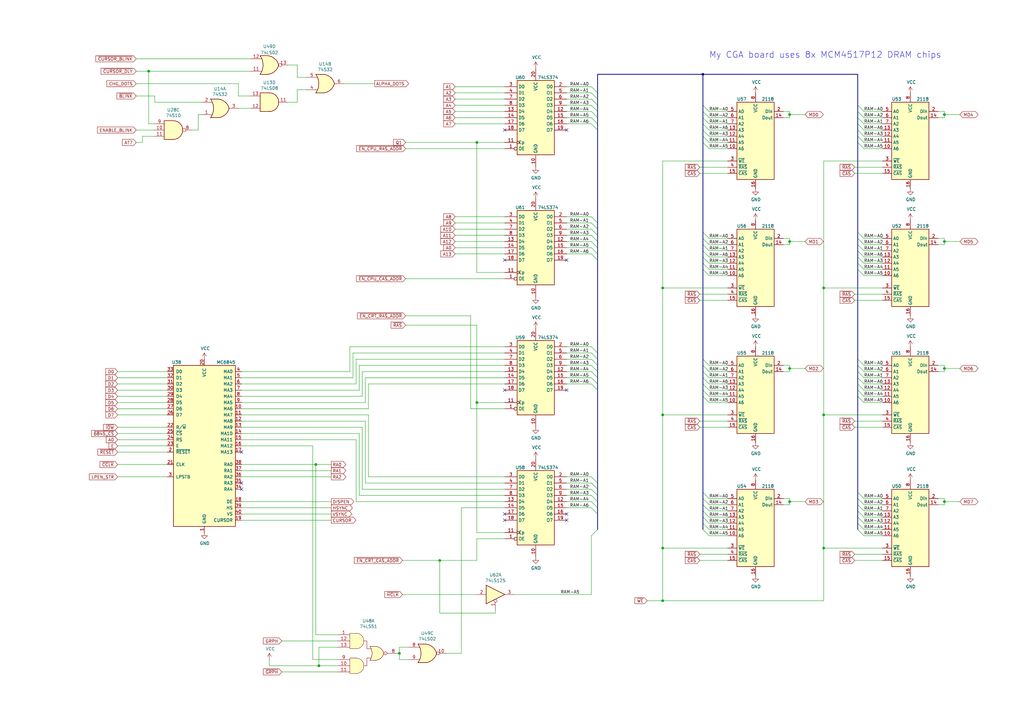
<source format=kicad_sch>
(kicad_sch (version 20230121) (generator eeschema)
  (paper "A3")
  (lib_symbols
    (symbol "74xx:74LS02" (pin_names (offset 1.016))
      (property "Reference" "U" (at 0 1.27 0))
      (property "Value" "74LS02" (at 0 -1.27 0))
      (symbol "74LS02_1_1"
        (pin output inverted (at 7.62 0 180) (length 3.81) (name "~") (number "1"))
        (pin input line (at -7.62 2.54 0) (length 4.318) (name "~") (number "2"))
        (pin input line (at -7.62 -2.54 0) (length 4.318) (name "~") (number "3"))
      )
      (symbol "74LS02_1_2"
        (pin output line (at 7.62 0 180) (length 3.81) (name "~") (number "1"))
        (pin input inverted (at -7.62 2.54 0) (length 3.81) (name "~") (number "2"))
        (pin input inverted (at -7.62 -2.54 0) (length 3.81) (name "~") (number "3"))
      )
      (symbol "74LS02_2_1"
        (pin output inverted (at 7.62 0 180) (length 3.81) (name "~") (number "4"))
        (pin input line (at -7.62 2.54 0) (length 4.318) (name "~") (number "5"))
        (pin input line (at -7.62 -2.54 0) (length 4.318) (name "~") (number "6"))
      )
      (symbol "74LS02_2_2"
        (pin output line (at 7.62 0 180) (length 3.81) (name "~") (number "4"))
        (pin input inverted (at -7.62 2.54 0) (length 3.81) (name "~") (number "5"))
        (pin input inverted (at -7.62 -2.54 0) (length 3.81) (name "~") (number "6"))
      )
      (symbol "74LS02_3_1"
        (pin output inverted (at 7.62 0 180) (length 3.81) (name "~") (number "10"))
        (pin input line (at -7.62 2.54 0) (length 4.318) (name "~") (number "8"))
        (pin input line (at -7.62 -2.54 0) (length 4.318) (name "~") (number "9"))
      )
      (symbol "74LS02_3_2"
        (pin output line (at 7.62 0 180) (length 3.81) (name "~") (number "10"))
        (pin input inverted (at -7.62 2.54 0) (length 3.81) (name "~") (number "8"))
        (pin input inverted (at -7.62 -2.54 0) (length 3.81) (name "~") (number "9"))
      )
      (symbol "74LS02_4_1"
        (pin input line (at -7.62 2.54 0) (length 4.318) (name "~") (number "11"))
        (pin input line (at -7.62 -2.54 0) (length 4.318) (name "~") (number "12"))
        (pin output inverted (at 7.62 0 180) (length 3.81) (name "~") (number "13"))
      )
      (symbol "74LS02_4_2"
        (pin input inverted (at -7.62 2.54 0) (length 3.81) (name "~") (number "11"))
        (pin input inverted (at -7.62 -2.54 0) (length 3.81) (name "~") (number "12"))
        (pin output line (at 7.62 0 180) (length 3.81) (name "~") (number "13"))
      )
      (symbol "74LS02_5_0"
        (pin power_in line (at 0 12.7 270) (length 5.08) (name "VCC") (number "14"))
        (pin power_in line (at 0 -12.7 90) (length 5.08) (name "GND") (number "7"))
      )
    )
    (symbol "74xx:74LS08" (pin_names (offset 1.016))
      (property "Reference" "U" (at 0 1.27 0))
      (property "Value" "74LS08" (at 0 -1.27 0))
      (symbol "74LS08_1_1"
        (pin input line (at -7.62 2.54 0) (length 3.81) (name "~") (number "1"))
        (pin input line (at -7.62 -2.54 0) (length 3.81) (name "~") (number "2"))
        (pin output line (at 7.62 0 180) (length 3.81) (name "~") (number "3"))
      )
      (symbol "74LS08_1_2"
        (pin input inverted (at -7.62 2.54 0) (length 4.318) (name "~") (number "1"))
        (pin input inverted (at -7.62 -2.54 0) (length 4.318) (name "~") (number "2"))
        (pin output inverted (at 7.62 0 180) (length 3.81) (name "~") (number "3"))
      )
      (symbol "74LS08_2_1"
        (pin input line (at -7.62 2.54 0) (length 3.81) (name "~") (number "4"))
        (pin input line (at -7.62 -2.54 0) (length 3.81) (name "~") (number "5"))
        (pin output line (at 7.62 0 180) (length 3.81) (name "~") (number "6"))
      )
      (symbol "74LS08_2_2"
        (pin input inverted (at -7.62 2.54 0) (length 4.318) (name "~") (number "4"))
        (pin input inverted (at -7.62 -2.54 0) (length 4.318) (name "~") (number "5"))
        (pin output inverted (at 7.62 0 180) (length 3.81) (name "~") (number "6"))
      )
      (symbol "74LS08_3_1"
        (pin input line (at -7.62 -2.54 0) (length 3.81) (name "~") (number "10"))
        (pin output line (at 7.62 0 180) (length 3.81) (name "~") (number "8"))
        (pin input line (at -7.62 2.54 0) (length 3.81) (name "~") (number "9"))
      )
      (symbol "74LS08_3_2"
        (pin input inverted (at -7.62 -2.54 0) (length 4.318) (name "~") (number "10"))
        (pin output inverted (at 7.62 0 180) (length 3.81) (name "~") (number "8"))
        (pin input inverted (at -7.62 2.54 0) (length 4.318) (name "~") (number "9"))
      )
      (symbol "74LS08_4_1"
        (pin output line (at 7.62 0 180) (length 3.81) (name "~") (number "11"))
        (pin input line (at -7.62 2.54 0) (length 3.81) (name "~") (number "12"))
        (pin input line (at -7.62 -2.54 0) (length 3.81) (name "~") (number "13"))
      )
      (symbol "74LS08_4_2"
        (pin output inverted (at 7.62 0 180) (length 3.81) (name "~") (number "11"))
        (pin input inverted (at -7.62 2.54 0) (length 4.318) (name "~") (number "12"))
        (pin input inverted (at -7.62 -2.54 0) (length 4.318) (name "~") (number "13"))
      )
      (symbol "74LS08_5_0"
        (pin power_in line (at 0 12.7 270) (length 5.08) (name "VCC") (number "14"))
        (pin power_in line (at 0 -12.7 90) (length 5.08) (name "GND") (number "7"))
      )
    )
    (symbol "74xx:74LS10" (pin_names (offset 1.016))
      (property "Reference" "U" (at 0 1.27 0))
      (property "Value" "74LS10" (at 0 -1.27 0))
      (symbol "74LS10_1_1"
        (pin input line (at -7.62 2.54 0) (length 3.81) (name "~") (number "1"))
        (pin output inverted (at 7.62 0 180) (length 3.81) (name "~") (number "12"))
        (pin input line (at -7.62 -2.54 0) (length 3.81) (name "~") (number "13"))
        (pin input line (at -7.62 0 0) (length 3.81) (name "~") (number "2"))
      )
      (symbol "74LS10_1_2"
        (pin input inverted (at -7.62 2.54 0) (length 4.318) (name "~") (number "1"))
        (pin output line (at 7.62 0 180) (length 3.81) (name "~") (number "12"))
        (pin input inverted (at -7.62 -2.54 0) (length 4.318) (name "~") (number "13"))
        (pin input inverted (at -7.62 0 0) (length 4.953) (name "~") (number "2"))
      )
      (symbol "74LS10_2_1"
        (pin input line (at -7.62 2.54 0) (length 3.81) (name "~") (number "3"))
        (pin input line (at -7.62 0 0) (length 3.81) (name "~") (number "4"))
        (pin input line (at -7.62 -2.54 0) (length 3.81) (name "~") (number "5"))
        (pin output inverted (at 7.62 0 180) (length 3.81) (name "~") (number "6"))
      )
      (symbol "74LS10_2_2"
        (pin input inverted (at -7.62 2.54 0) (length 4.318) (name "~") (number "3"))
        (pin input inverted (at -7.62 0 0) (length 4.953) (name "~") (number "4"))
        (pin input inverted (at -7.62 -2.54 0) (length 4.318) (name "~") (number "5"))
        (pin output line (at 7.62 0 180) (length 3.81) (name "~") (number "6"))
      )
      (symbol "74LS10_3_1"
        (pin input line (at -7.62 0 0) (length 3.81) (name "~") (number "10"))
        (pin input line (at -7.62 -2.54 0) (length 3.81) (name "~") (number "11"))
        (pin output inverted (at 7.62 0 180) (length 3.81) (name "~") (number "8"))
        (pin input line (at -7.62 2.54 0) (length 3.81) (name "~") (number "9"))
      )
      (symbol "74LS10_3_2"
        (pin input inverted (at -7.62 0 0) (length 4.953) (name "~") (number "10"))
        (pin input inverted (at -7.62 -2.54 0) (length 4.318) (name "~") (number "11"))
        (pin output line (at 7.62 0 180) (length 3.81) (name "~") (number "8"))
        (pin input inverted (at -7.62 2.54 0) (length 4.318) (name "~") (number "9"))
      )
      (symbol "74LS10_4_0"
        (pin power_in line (at 0 12.7 270) (length 5.08) (name "VCC") (number "14"))
        (pin power_in line (at 0 -12.7 90) (length 5.08) (name "GND") (number "7"))
      )
    )
    (symbol "74xx:74LS125" (pin_names (offset 1.016))
      (property "Reference" "U" (at 0 1.27 0))
      (property "Value" "74LS125" (at 0 -1.27 0))
      (symbol "74LS125_1_0"
        (pin input inverted (at 0 -6.35 90) (length 4.445) (name "~") (number "1"))
        (pin input line (at -7.62 0 0) (length 3.81) (name "~") (number "2"))
        (pin tri_state line (at 7.62 0 180) (length 3.81) (name "~") (number "3"))
      )
      (symbol "74LS125_2_0"
        (pin input inverted (at 0 -6.35 90) (length 4.445) (name "~") (number "4"))
        (pin input line (at -7.62 0 0) (length 3.81) (name "~") (number "5"))
        (pin tri_state line (at 7.62 0 180) (length 3.81) (name "~") (number "6"))
      )
      (symbol "74LS125_3_0"
        (pin input inverted (at 0 -6.35 90) (length 4.445) (name "~") (number "10"))
        (pin tri_state line (at 7.62 0 180) (length 3.81) (name "~") (number "8"))
        (pin input line (at -7.62 0 0) (length 3.81) (name "~") (number "9"))
      )
      (symbol "74LS125_4_0"
        (pin tri_state line (at 7.62 0 180) (length 3.81) (name "~") (number "11"))
        (pin input line (at -7.62 0 0) (length 3.81) (name "~") (number "12"))
        (pin input inverted (at 0 -6.35 90) (length 4.445) (name "~") (number "13"))
      )
      (symbol "74LS125_5_0"
        (pin power_in line (at 0 12.7 270) (length 5.08) (name "VCC") (number "14"))
        (pin power_in line (at 0 -12.7 90) (length 5.08) (name "GND") (number "7"))
      )
    )
    (symbol "74xx:74LS32" (pin_names (offset 1.016))
      (property "Reference" "U" (at 0 1.27 0))
      (property "Value" "74LS32" (at 0 -1.27 0))
      (symbol "74LS32_1_1"
        (pin input line (at -7.62 2.54 0) (length 4.318) (name "~") (number "1"))
        (pin input line (at -7.62 -2.54 0) (length 4.318) (name "~") (number "2"))
        (pin output line (at 7.62 0 180) (length 3.81) (name "~") (number "3"))
      )
      (symbol "74LS32_1_2"
        (pin input inverted (at -7.62 2.54 0) (length 3.81) (name "~") (number "1"))
        (pin input inverted (at -7.62 -2.54 0) (length 3.81) (name "~") (number "2"))
        (pin output inverted (at 7.62 0 180) (length 3.81) (name "~") (number "3"))
      )
      (symbol "74LS32_2_1"
        (pin input line (at -7.62 2.54 0) (length 4.318) (name "~") (number "4"))
        (pin input line (at -7.62 -2.54 0) (length 4.318) (name "~") (number "5"))
        (pin output line (at 7.62 0 180) (length 3.81) (name "~") (number "6"))
      )
      (symbol "74LS32_2_2"
        (pin input inverted (at -7.62 2.54 0) (length 3.81) (name "~") (number "4"))
        (pin input inverted (at -7.62 -2.54 0) (length 3.81) (name "~") (number "5"))
        (pin output inverted (at 7.62 0 180) (length 3.81) (name "~") (number "6"))
      )
      (symbol "74LS32_3_1"
        (pin input line (at -7.62 -2.54 0) (length 4.318) (name "~") (number "10"))
        (pin output line (at 7.62 0 180) (length 3.81) (name "~") (number "8"))
        (pin input line (at -7.62 2.54 0) (length 4.318) (name "~") (number "9"))
      )
      (symbol "74LS32_3_2"
        (pin input inverted (at -7.62 -2.54 0) (length 3.81) (name "~") (number "10"))
        (pin output inverted (at 7.62 0 180) (length 3.81) (name "~") (number "8"))
        (pin input inverted (at -7.62 2.54 0) (length 3.81) (name "~") (number "9"))
      )
      (symbol "74LS32_4_1"
        (pin output line (at 7.62 0 180) (length 3.81) (name "~") (number "11"))
        (pin input line (at -7.62 2.54 0) (length 4.318) (name "~") (number "12"))
        (pin input line (at -7.62 -2.54 0) (length 4.318) (name "~") (number "13"))
      )
      (symbol "74LS32_4_2"
        (pin output inverted (at 7.62 0 180) (length 3.81) (name "~") (number "11"))
        (pin input inverted (at -7.62 2.54 0) (length 3.81) (name "~") (number "12"))
        (pin input inverted (at -7.62 -2.54 0) (length 3.81) (name "~") (number "13"))
      )
      (symbol "74LS32_5_0"
        (pin power_in line (at 0 12.7 270) (length 5.08) (name "VCC") (number "14"))
        (pin power_in line (at 0 -12.7 90) (length 5.08) (name "GND") (number "7"))
      )
    )
    (symbol "74xx:74LS374"
      (property "Reference" "U" (at -7.62 16.51 0))
      (property "Value" "74LS374" (at -7.62 -16.51 0))
      (symbol "74LS374_1_0"
        (pin input inverted (at -12.7 -12.7 0) (length 5.08) (name "OE") (number "1"))
        (pin power_in line (at 0 -20.32 90) (length 5.08) (name "GND") (number "10"))
        (pin input clock (at -12.7 -10.16 0) (length 5.08) (name "Cp") (number "11"))
        (pin tri_state line (at 12.7 2.54 180) (length 5.08) (name "O4") (number "12"))
        (pin input line (at -12.7 2.54 0) (length 5.08) (name "D4") (number "13"))
        (pin input line (at -12.7 0 0) (length 5.08) (name "D5") (number "14"))
        (pin tri_state line (at 12.7 0 180) (length 5.08) (name "O5") (number "15"))
        (pin tri_state line (at 12.7 -2.54 180) (length 5.08) (name "O6") (number "16"))
        (pin input line (at -12.7 -2.54 0) (length 5.08) (name "D6") (number "17"))
        (pin input line (at -12.7 -5.08 0) (length 5.08) (name "D7") (number "18"))
        (pin tri_state line (at 12.7 -5.08 180) (length 5.08) (name "O7") (number "19"))
        (pin tri_state line (at 12.7 12.7 180) (length 5.08) (name "O0") (number "2"))
        (pin power_in line (at 0 20.32 270) (length 5.08) (name "VCC") (number "20"))
        (pin input line (at -12.7 12.7 0) (length 5.08) (name "D0") (number "3"))
        (pin input line (at -12.7 10.16 0) (length 5.08) (name "D1") (number "4"))
        (pin tri_state line (at 12.7 10.16 180) (length 5.08) (name "O1") (number "5"))
        (pin tri_state line (at 12.7 7.62 180) (length 5.08) (name "O2") (number "6"))
        (pin input line (at -12.7 7.62 0) (length 5.08) (name "D2") (number "7"))
        (pin input line (at -12.7 5.08 0) (length 5.08) (name "D3") (number "8"))
        (pin tri_state line (at 12.7 5.08 180) (length 5.08) (name "O3") (number "9"))
      )
    )
    (symbol "74xx:74LS51" (pin_names (offset 1.016))
      (property "Reference" "U" (at -7.62 10.16 0))
      (property "Value" "74LS51" (at -7.62 -10.16 0))
      (symbol "74LS51_1_0"
        (pin input line (at -12.7 7.62 0) (length 5.08) (name "~") (number "1"))
        (pin input line (at -12.7 -5.08 0) (length 5.08) (name "~") (number "10"))
        (pin input line (at -12.7 -7.62 0) (length 5.08) (name "~") (number "11"))
        (pin input line (at -12.7 5.08 0) (length 5.08) (name "~") (number "12"))
        (pin input line (at -12.7 2.54 0) (length 5.08) (name "~") (number "13"))
        (pin output line (at 12.7 0 180) (length 5.08) (name "~") (number "8"))
        (pin input line (at -12.7 -2.54 0) (length 5.08) (name "~") (number "9"))
      )
      (symbol "74LS51_2_0"
        (pin input line (at -12.7 7.62 0) (length 5.08) (name "~") (number "2"))
        (pin input line (at -12.7 2.54 0) (length 5.08) (name "~") (number "3"))
        (pin input line (at -12.7 -2.54 0) (length 5.08) (name "~") (number "4"))
        (pin input line (at -12.7 -7.62 0) (length 5.08) (name "~") (number "5"))
        (pin output line (at 12.7 0 180) (length 5.08) (name "~") (number "6"))
      )
      (symbol "74LS51_3_0"
        (pin power_in line (at 0 12.7 270) (length 5.08) (name "VCC") (number "14"))
        (pin power_in line (at 0 -12.7 90) (length 5.08) (name "GND") (number "7"))
      )
    )
    (symbol "GPU:MC6845" (pin_names (offset 1.016))
      (property "Reference" "U" (at -10.16 34.29 0))
      (property "Value" "MC6845" (at 12.7 34.29 0))
      (symbol "MC6845_1_1"
        (pin power_in line (at 0 -35.56 90) (length 2.54) (name "GND") (number "1"))
        (pin output line (at 15.24 15.24 180) (length 2.54) (name "MA6") (number "10"))
        (pin output line (at 15.24 12.7 180) (length 2.54) (name "MA7") (number "11"))
        (pin output line (at 15.24 10.16 180) (length 2.54) (name "MA8") (number "12"))
        (pin output line (at 15.24 7.62 180) (length 2.54) (name "MA9") (number "13"))
        (pin output line (at 15.24 5.08 180) (length 2.54) (name "MA10") (number "14"))
        (pin output line (at 15.24 2.54 180) (length 2.54) (name "MA11") (number "15"))
        (pin output line (at 15.24 0 180) (length 2.54) (name "MA12") (number "16"))
        (pin output line (at 15.24 -2.54 180) (length 2.54) (name "MA13") (number "17"))
        (pin output line (at 15.24 -22.86 180) (length 2.54) (name "DE") (number "18"))
        (pin output line (at 15.24 -30.48 180) (length 2.54) (name "CURSOR") (number "19"))
        (pin input line (at -15.24 -2.54 0) (length 2.54) (name "~{RESET}") (number "2"))
        (pin power_in line (at 0 35.56 270) (length 2.54) (name "VCC") (number "20"))
        (pin input line (at -15.24 -7.62 0) (length 2.54) (name "CLK") (number "21"))
        (pin input line (at -15.24 7.62 0) (length 2.54) (name "R/~{W}") (number "22"))
        (pin input line (at -15.24 0 0) (length 2.54) (name "E") (number "23"))
        (pin input line (at -15.24 2.54 0) (length 2.54) (name "RS") (number "24"))
        (pin input line (at -15.24 5.08 0) (length 2.54) (name "~{CS}") (number "25"))
        (pin bidirectional line (at -15.24 12.7 0) (length 2.54) (name "D7") (number "26"))
        (pin bidirectional line (at -15.24 15.24 0) (length 2.54) (name "D6") (number "27"))
        (pin bidirectional line (at -15.24 17.78 0) (length 2.54) (name "D5") (number "28"))
        (pin bidirectional line (at -15.24 20.32 0) (length 2.54) (name "D4") (number "29"))
        (pin input line (at -15.24 -12.7 0) (length 2.54) (name "LPSTB") (number "3"))
        (pin bidirectional line (at -15.24 22.86 0) (length 2.54) (name "D3") (number "30"))
        (pin bidirectional line (at -15.24 25.4 0) (length 2.54) (name "D2") (number "31"))
        (pin bidirectional line (at -15.24 27.94 0) (length 2.54) (name "D1") (number "32"))
        (pin bidirectional line (at -15.24 30.48 0) (length 2.54) (name "D0") (number "33"))
        (pin output line (at 15.24 -17.78 180) (length 2.54) (name "RA4") (number "34"))
        (pin output line (at 15.24 -15.24 180) (length 2.54) (name "RA3") (number "35"))
        (pin output line (at 15.24 -12.7 180) (length 2.54) (name "RA2") (number "36"))
        (pin output line (at 15.24 -10.16 180) (length 2.54) (name "RA1") (number "37"))
        (pin output line (at 15.24 -7.62 180) (length 2.54) (name "RA0") (number "38"))
        (pin output line (at 15.24 -25.4 180) (length 2.54) (name "HS") (number "39"))
        (pin output line (at 15.24 30.48 180) (length 2.54) (name "MA0") (number "4"))
        (pin output line (at 15.24 -27.94 180) (length 2.54) (name "VS") (number "40"))
        (pin output line (at 15.24 27.94 180) (length 2.54) (name "MA1") (number "5"))
        (pin output line (at 15.24 25.4 180) (length 2.54) (name "MA2") (number "6"))
        (pin output line (at 15.24 22.86 180) (length 2.54) (name "MA3") (number "7"))
        (pin output line (at 15.24 20.32 180) (length 2.54) (name "MA4") (number "8"))
        (pin output line (at 15.24 17.78 180) (length 2.54) (name "MA5") (number "9"))
      )
    )
    (symbol "ISA_CGA:2118"
      (property "Reference" "U" (at -11.43 27.94 0))
      (property "Value" "2118" (at -1.27 27.94 0))
      (symbol "2118_0_0"
        (pin power_in line (at -3.81 -8.89 90) (length 3.81) (name "GND") (number "16"))
        (pin power_in line (at -3.81 30.48 270) (length 3.81) (name "VCC") (number "8"))
      )
      (symbol "2118_1_1"
        (pin input line (at -15.24 7.62 0) (length 3.81) (name "A6") (number "10"))
        (pin input line (at -15.24 10.16 0) (length 3.81) (name "A5") (number "11"))
        (pin input line (at -15.24 12.7 0) (length 3.81) (name "A4") (number "12"))
        (pin input line (at -15.24 15.24 0) (length 3.81) (name "A3") (number "13"))
        (pin tri_state line (at 7.62 20.32 180) (length 3.81) (name "Dout") (number "14"))
        (pin input line (at -15.24 -2.54 0) (length 3.81) (name "~{CAS}") (number "15"))
        (pin input line (at 7.62 22.86 180) (length 3.81) (name "Din") (number "2"))
        (pin input line (at -15.24 2.54 0) (length 3.81) (name "~{WE}") (number "3"))
        (pin input line (at -15.24 0 0) (length 3.81) (name "~{RAS}") (number "4"))
        (pin input line (at -15.24 22.86 0) (length 3.81) (name "A0") (number "5"))
        (pin input line (at -15.24 20.32 0) (length 3.81) (name "A1") (number "6"))
        (pin input line (at -15.24 17.78 0) (length 3.81) (name "A2") (number "7"))
      )
    )
    (symbol "power:GND" (power) (pin_names (offset 0))
      (property "Value" "GND" (at 0 -3.81 0))
      (symbol "GND_1_1"
        (pin power_in line (at 0 0 270) (length 0) hide (name "GND") (number "1"))
      )
    )
    (symbol "power:VCC" (power) (pin_names (offset 0))
      (property "Value" "VCC" (at 0 3.81 0))
      (symbol "VCC_1_1"
        (pin power_in line (at 0 0 90) (length 0) hide (name "VCC") (number "1"))
      )
    )
  )
  (junction (at 323.85 205.74))
  (junction (at 323.85 151.13))
  (junction (at 387.35 99.06))
  (junction (at 130.81 273.05))
  (junction (at 271.78 246.38))
  (junction (at 129.54 190.5))
  (junction (at 337.82 170.18))
  (junction (at 387.35 46.99))
  (junction (at 163.83 267.97))
  (junction (at 323.85 46.99))
  (junction (at 337.82 118.11))
  (junction (at 323.85 99.06))
  (junction (at 195.58 165.1))
  (junction (at 288.29 30.48))
  (junction (at 271.78 170.18))
  (junction (at 180.34 229.87))
  (junction (at 271.78 118.11))
  (junction (at 337.82 224.79))
  (junction (at 271.78 224.79))
  (junction (at 387.35 151.13))
  (junction (at 195.58 58.42))
  (junction (at 60.96 29.21))
  (junction (at 387.35 205.74))
  (no_connect (at 99.06 185.42))
  (no_connect (at 207.01 53.34))
  (no_connect (at 207.01 213.36))
  (no_connect (at 99.06 198.12))
  (no_connect (at 207.01 210.82))
  (no_connect (at 232.41 106.68))
  (no_connect (at 232.41 210.82))
  (no_connect (at 232.41 53.34))
  (no_connect (at 232.41 160.02))
  (no_connect (at 99.06 200.66))
  (no_connect (at 207.01 160.02))
  (no_connect (at 207.01 106.68))
  (no_connect (at 232.41 213.36))
  (bus_entry (at 351.79 100.33) (size 2.54 2.54))
  (bus_entry (at 351.79 102.87) (size 2.54 2.54))
  (bus_entry (at 288.29 217.17) (size 2.54 2.54))
  (bus_entry (at 351.79 95.25) (size 2.54 2.54))
  (bus_entry (at 351.79 209.55) (size 2.54 2.54))
  (bus_entry (at 351.79 154.94) (size 2.54 2.54))
  (bus_entry (at 288.29 55.88) (size 2.54 2.54))
  (bus_entry (at 242.57 208.28) (size 2.54 2.54))
  (bus_entry (at 351.79 105.41) (size 2.54 2.54))
  (bus_entry (at 288.29 157.48) (size 2.54 2.54))
  (bus_entry (at 288.29 97.79) (size 2.54 2.54))
  (bus_entry (at 288.29 209.55) (size 2.54 2.54))
  (bus_entry (at 242.57 205.74) (size 2.54 2.54))
  (bus_entry (at 242.57 88.9) (size 2.54 2.54))
  (bus_entry (at 242.57 142.24) (size 2.54 2.54))
  (bus_entry (at 288.29 154.94) (size 2.54 2.54))
  (bus_entry (at 288.29 204.47) (size 2.54 2.54))
  (bus_entry (at 242.57 200.66) (size 2.54 2.54))
  (bus_entry (at 288.29 48.26) (size 2.54 2.54))
  (bus_entry (at 351.79 48.26) (size 2.54 2.54))
  (bus_entry (at 242.57 104.14) (size 2.54 2.54))
  (bus_entry (at 351.79 207.01) (size 2.54 2.54))
  (bus_entry (at 242.57 99.06) (size 2.54 2.54))
  (bus_entry (at 288.29 102.87) (size 2.54 2.54))
  (bus_entry (at 242.57 157.48) (size 2.54 2.54))
  (bus_entry (at 351.79 160.02) (size 2.54 2.54))
  (bus_entry (at 288.29 207.01) (size 2.54 2.54))
  (bus_entry (at 351.79 214.63) (size 2.54 2.54))
  (bus_entry (at 351.79 53.34) (size 2.54 2.54))
  (bus_entry (at 242.57 219.71) (size 2.54 -2.54))
  (bus_entry (at 351.79 152.4) (size 2.54 2.54))
  (bus_entry (at 242.57 195.58) (size 2.54 2.54))
  (bus_entry (at 351.79 45.72) (size 2.54 2.54))
  (bus_entry (at 288.29 45.72) (size 2.54 2.54))
  (bus_entry (at 242.57 50.8) (size 2.54 2.54))
  (bus_entry (at 242.57 152.4) (size 2.54 2.54))
  (bus_entry (at 351.79 149.86) (size 2.54 2.54))
  (bus_entry (at 351.79 217.17) (size 2.54 2.54))
  (bus_entry (at 288.29 149.86) (size 2.54 2.54))
  (bus_entry (at 242.57 198.12) (size 2.54 2.54))
  (bus_entry (at 288.29 201.93) (size 2.54 2.54))
  (bus_entry (at 242.57 144.78) (size 2.54 2.54))
  (bus_entry (at 288.29 212.09) (size 2.54 2.54))
  (bus_entry (at 242.57 154.94) (size 2.54 2.54))
  (bus_entry (at 351.79 43.18) (size 2.54 2.54))
  (bus_entry (at 351.79 201.93) (size 2.54 2.54))
  (bus_entry (at 242.57 149.86) (size 2.54 2.54))
  (bus_entry (at 288.29 43.18) (size 2.54 2.54))
  (bus_entry (at 288.29 214.63) (size 2.54 2.54))
  (bus_entry (at 351.79 110.49) (size 2.54 2.54))
  (bus_entry (at 351.79 50.8) (size 2.54 2.54))
  (bus_entry (at 242.57 203.2) (size 2.54 2.54))
  (bus_entry (at 242.57 93.98) (size 2.54 2.54))
  (bus_entry (at 351.79 157.48) (size 2.54 2.54))
  (bus_entry (at 242.57 35.56) (size 2.54 2.54))
  (bus_entry (at 288.29 100.33) (size 2.54 2.54))
  (bus_entry (at 351.79 97.79) (size 2.54 2.54))
  (bus_entry (at 242.57 43.18) (size 2.54 2.54))
  (bus_entry (at 351.79 58.42) (size 2.54 2.54))
  (bus_entry (at 351.79 147.32) (size 2.54 2.54))
  (bus_entry (at 288.29 147.32) (size 2.54 2.54))
  (bus_entry (at 242.57 40.64) (size 2.54 2.54))
  (bus_entry (at 288.29 105.41) (size 2.54 2.54))
  (bus_entry (at 288.29 95.25) (size 2.54 2.54))
  (bus_entry (at 351.79 55.88) (size 2.54 2.54))
  (bus_entry (at 351.79 107.95) (size 2.54 2.54))
  (bus_entry (at 288.29 50.8) (size 2.54 2.54))
  (bus_entry (at 351.79 162.56) (size 2.54 2.54))
  (bus_entry (at 351.79 204.47) (size 2.54 2.54))
  (bus_entry (at 288.29 162.56) (size 2.54 2.54))
  (bus_entry (at 351.79 212.09) (size 2.54 2.54))
  (bus_entry (at 242.57 38.1) (size 2.54 2.54))
  (bus_entry (at 288.29 152.4) (size 2.54 2.54))
  (bus_entry (at 288.29 110.49) (size 2.54 2.54))
  (bus_entry (at 242.57 147.32) (size 2.54 2.54))
  (bus_entry (at 288.29 58.42) (size 2.54 2.54))
  (bus_entry (at 242.57 101.6) (size 2.54 2.54))
  (bus_entry (at 288.29 160.02) (size 2.54 2.54))
  (bus_entry (at 242.57 96.52) (size 2.54 2.54))
  (bus_entry (at 242.57 48.26) (size 2.54 2.54))
  (bus_entry (at 242.57 45.72) (size 2.54 2.54))
  (bus_entry (at 242.57 91.44) (size 2.54 2.54))
  (bus_entry (at 288.29 107.95) (size 2.54 2.54))
  (bus_entry (at 288.29 53.34) (size 2.54 2.54))
  (wire (pts (xy 99.06 175.26) (xy 148.59 175.26)))
  (wire (pts (xy 58.42 58.42) (xy 55.88 58.42)))
  (wire (pts (xy 193.04 129.54) (xy 166.37 129.54)))
  (wire (pts (xy 232.41 144.78) (xy 242.57 144.78)))
  (wire (pts (xy 146.05 147.32) (xy 146.05 157.48)))
  (bus (pts (xy 288.29 209.55) (xy 288.29 212.09)))
  (wire (pts (xy 290.83 97.79) (xy 298.45 97.79)))
  (wire (pts (xy 354.33 102.87) (xy 361.95 102.87)))
  (wire (pts (xy 207.01 48.26) (xy 186.69 48.26)))
  (wire (pts (xy 207.01 114.3) (xy 166.37 114.3)))
  (wire (pts (xy 290.83 53.34) (xy 298.45 53.34)))
  (bus (pts (xy 351.79 147.32) (xy 351.79 149.86)))
  (wire (pts (xy 290.83 212.09) (xy 298.45 212.09)))
  (bus (pts (xy 351.79 110.49) (xy 351.79 147.32)))
  (wire (pts (xy 271.78 224.79) (xy 271.78 246.38)))
  (wire (pts (xy 149.86 198.12) (xy 207.01 198.12)))
  (wire (pts (xy 102.87 39.37) (xy 97.79 39.37)))
  (wire (pts (xy 99.06 190.5) (xy 129.54 190.5)))
  (wire (pts (xy 298.45 118.11) (xy 271.78 118.11)))
  (wire (pts (xy 361.95 227.33) (xy 350.52 227.33)))
  (wire (pts (xy 354.33 97.79) (xy 361.95 97.79)))
  (wire (pts (xy 144.78 154.94) (xy 144.78 144.78)))
  (wire (pts (xy 354.33 100.33) (xy 361.95 100.33)))
  (wire (pts (xy 384.81 97.79) (xy 387.35 97.79)))
  (wire (pts (xy 290.83 209.55) (xy 298.45 209.55)))
  (bus (pts (xy 288.29 100.33) (xy 288.29 102.87)))
  (wire (pts (xy 384.81 204.47) (xy 387.35 204.47)))
  (wire (pts (xy 361.95 224.79) (xy 337.82 224.79)))
  (wire (pts (xy 99.06 165.1) (xy 149.86 165.1)))
  (wire (pts (xy 290.83 207.01) (xy 298.45 207.01)))
  (bus (pts (xy 351.79 152.4) (xy 351.79 154.94)))
  (bus (pts (xy 245.11 147.32) (xy 245.11 149.86)))
  (wire (pts (xy 323.85 151.13) (xy 323.85 152.4)))
  (wire (pts (xy 242.57 219.71) (xy 242.57 243.84)))
  (bus (pts (xy 245.11 208.28) (xy 245.11 210.82)))
  (wire (pts (xy 387.35 207.01) (xy 384.81 207.01)))
  (wire (pts (xy 232.41 50.8) (xy 242.57 50.8)))
  (wire (pts (xy 271.78 66.04) (xy 271.78 118.11)))
  (wire (pts (xy 207.01 43.18) (xy 186.69 43.18)))
  (wire (pts (xy 207.01 60.96) (xy 166.37 60.96)))
  (wire (pts (xy 361.95 170.18) (xy 337.82 170.18)))
  (bus (pts (xy 288.29 157.48) (xy 288.29 160.02)))
  (wire (pts (xy 68.58 154.94) (xy 48.26 154.94)))
  (wire (pts (xy 148.59 200.66) (xy 207.01 200.66)))
  (wire (pts (xy 290.83 110.49) (xy 298.45 110.49)))
  (wire (pts (xy 337.82 66.04) (xy 337.82 118.11)))
  (wire (pts (xy 147.32 160.02) (xy 147.32 149.86)))
  (wire (pts (xy 354.33 209.55) (xy 361.95 209.55)))
  (bus (pts (xy 288.29 152.4) (xy 288.29 154.94)))
  (wire (pts (xy 361.95 118.11) (xy 337.82 118.11)))
  (wire (pts (xy 97.79 34.29) (xy 55.88 34.29)))
  (wire (pts (xy 232.41 200.66) (xy 242.57 200.66)))
  (wire (pts (xy 195.58 243.84) (xy 165.1 243.84)))
  (wire (pts (xy 193.04 167.64) (xy 193.04 129.54)))
  (bus (pts (xy 245.11 154.94) (xy 245.11 157.48)))
  (wire (pts (xy 354.33 219.71) (xy 361.95 219.71)))
  (wire (pts (xy 232.41 40.64) (xy 242.57 40.64)))
  (wire (pts (xy 207.01 220.98) (xy 195.58 220.98)))
  (wire (pts (xy 121.92 36.83) (xy 125.73 36.83)))
  (wire (pts (xy 354.33 207.01) (xy 361.95 207.01)))
  (wire (pts (xy 207.01 104.14) (xy 186.69 104.14)))
  (wire (pts (xy 99.06 180.34) (xy 146.05 180.34)))
  (bus (pts (xy 351.79 209.55) (xy 351.79 212.09)))
  (wire (pts (xy 207.01 147.32) (xy 146.05 147.32)))
  (bus (pts (xy 245.11 152.4) (xy 245.11 154.94)))
  (wire (pts (xy 387.35 45.72) (xy 387.35 46.99)))
  (wire (pts (xy 387.35 151.13) (xy 393.7 151.13)))
  (wire (pts (xy 354.33 160.02) (xy 361.95 160.02)))
  (wire (pts (xy 354.33 50.8) (xy 361.95 50.8)))
  (wire (pts (xy 207.01 167.64) (xy 193.04 167.64)))
  (wire (pts (xy 81.28 46.99) (xy 81.28 53.34)))
  (wire (pts (xy 121.92 31.75) (xy 125.73 31.75)))
  (wire (pts (xy 68.58 175.26) (xy 48.26 175.26)))
  (wire (pts (xy 163.83 267.97) (xy 163.83 270.51)))
  (bus (pts (xy 351.79 95.25) (xy 351.79 97.79)))
  (wire (pts (xy 182.88 267.97) (xy 189.23 267.97)))
  (wire (pts (xy 147.32 149.86) (xy 207.01 149.86)))
  (bus (pts (xy 351.79 45.72) (xy 351.79 48.26)))
  (bus (pts (xy 245.11 203.2) (xy 245.11 205.74)))
  (bus (pts (xy 245.11 104.14) (xy 245.11 106.68)))
  (wire (pts (xy 143.51 152.4) (xy 143.51 142.24)))
  (wire (pts (xy 143.51 142.24) (xy 207.01 142.24)))
  (wire (pts (xy 323.85 149.86) (xy 323.85 151.13)))
  (wire (pts (xy 180.34 229.87) (xy 180.34 251.46)))
  (wire (pts (xy 146.05 157.48) (xy 99.06 157.48)))
  (wire (pts (xy 290.83 102.87) (xy 298.45 102.87)))
  (wire (pts (xy 290.83 214.63) (xy 298.45 214.63)))
  (wire (pts (xy 195.58 58.42) (xy 166.37 58.42)))
  (wire (pts (xy 68.58 165.1) (xy 48.26 165.1)))
  (wire (pts (xy 163.83 270.51) (xy 167.64 270.51)))
  (wire (pts (xy 271.78 118.11) (xy 271.78 170.18)))
  (bus (pts (xy 288.29 102.87) (xy 288.29 105.41)))
  (wire (pts (xy 121.92 26.67) (xy 121.92 31.75)))
  (wire (pts (xy 99.06 160.02) (xy 147.32 160.02)))
  (wire (pts (xy 361.95 71.12) (xy 350.52 71.12)))
  (bus (pts (xy 288.29 53.34) (xy 288.29 55.88)))
  (bus (pts (xy 245.11 50.8) (xy 245.11 53.34)))
  (bus (pts (xy 351.79 107.95) (xy 351.79 110.49)))
  (wire (pts (xy 68.58 167.64) (xy 48.26 167.64)))
  (bus (pts (xy 351.79 201.93) (xy 351.79 204.47)))
  (bus (pts (xy 245.11 149.86) (xy 245.11 152.4)))
  (bus (pts (xy 245.11 144.78) (xy 245.11 147.32)))
  (wire (pts (xy 290.83 113.03) (xy 298.45 113.03)))
  (wire (pts (xy 337.82 118.11) (xy 337.82 170.18)))
  (wire (pts (xy 189.23 267.97) (xy 189.23 208.28)))
  (bus (pts (xy 351.79 212.09) (xy 351.79 214.63)))
  (wire (pts (xy 323.85 97.79) (xy 323.85 99.06)))
  (wire (pts (xy 60.96 50.8) (xy 60.96 29.21)))
  (wire (pts (xy 387.35 152.4) (xy 384.81 152.4)))
  (wire (pts (xy 99.06 213.36) (xy 135.89 213.36)))
  (wire (pts (xy 63.5 41.91) (xy 63.5 39.37)))
  (wire (pts (xy 323.85 204.47) (xy 323.85 205.74)))
  (wire (pts (xy 118.11 26.67) (xy 121.92 26.67)))
  (wire (pts (xy 298.45 68.58) (xy 287.02 68.58)))
  (bus (pts (xy 288.29 48.26) (xy 288.29 50.8)))
  (wire (pts (xy 207.01 99.06) (xy 186.69 99.06)))
  (wire (pts (xy 207.01 40.64) (xy 186.69 40.64)))
  (wire (pts (xy 361.95 120.65) (xy 350.52 120.65)))
  (wire (pts (xy 207.01 93.98) (xy 186.69 93.98)))
  (wire (pts (xy 68.58 170.18) (xy 48.26 170.18)))
  (wire (pts (xy 337.82 246.38) (xy 271.78 246.38)))
  (wire (pts (xy 298.45 170.18) (xy 271.78 170.18)))
  (wire (pts (xy 68.58 177.8) (xy 48.26 177.8)))
  (wire (pts (xy 232.41 38.1) (xy 242.57 38.1)))
  (wire (pts (xy 354.33 157.48) (xy 361.95 157.48)))
  (wire (pts (xy 298.45 71.12) (xy 287.02 71.12)))
  (bus (pts (xy 245.11 93.98) (xy 245.11 96.52)))
  (wire (pts (xy 232.41 198.12) (xy 242.57 198.12)))
  (bus (pts (xy 288.29 55.88) (xy 288.29 58.42)))
  (wire (pts (xy 290.83 107.95) (xy 298.45 107.95)))
  (wire (pts (xy 354.33 107.95) (xy 361.95 107.95)))
  (bus (pts (xy 288.29 207.01) (xy 288.29 209.55)))
  (wire (pts (xy 354.33 162.56) (xy 361.95 162.56)))
  (wire (pts (xy 207.01 91.44) (xy 186.69 91.44)))
  (wire (pts (xy 323.85 46.99) (xy 330.2 46.99)))
  (bus (pts (xy 245.11 205.74) (xy 245.11 208.28)))
  (wire (pts (xy 323.85 205.74) (xy 323.85 207.01)))
  (wire (pts (xy 232.41 43.18) (xy 242.57 43.18)))
  (wire (pts (xy 144.78 144.78) (xy 207.01 144.78)))
  (wire (pts (xy 207.01 152.4) (xy 148.59 152.4)))
  (bus (pts (xy 245.11 43.18) (xy 245.11 45.72)))
  (wire (pts (xy 151.13 167.64) (xy 151.13 157.48)))
  (bus (pts (xy 245.11 200.66) (xy 245.11 203.2)))
  (wire (pts (xy 130.81 273.05) (xy 130.81 265.43)))
  (bus (pts (xy 351.79 204.47) (xy 351.79 207.01)))
  (wire (pts (xy 290.83 152.4) (xy 298.45 152.4)))
  (wire (pts (xy 298.45 229.87) (xy 287.02 229.87)))
  (wire (pts (xy 387.35 100.33) (xy 384.81 100.33)))
  (wire (pts (xy 290.83 219.71) (xy 298.45 219.71)))
  (wire (pts (xy 151.13 157.48) (xy 207.01 157.48)))
  (bus (pts (xy 288.29 160.02) (xy 288.29 162.56)))
  (wire (pts (xy 60.96 29.21) (xy 55.88 29.21)))
  (wire (pts (xy 82.55 46.99) (xy 81.28 46.99)))
  (wire (pts (xy 128.27 182.88) (xy 99.06 182.88)))
  (bus (pts (xy 351.79 43.18) (xy 351.79 45.72)))
  (bus (pts (xy 288.29 58.42) (xy 288.29 95.25)))
  (bus (pts (xy 288.29 107.95) (xy 288.29 110.49)))
  (bus (pts (xy 245.11 198.12) (xy 245.11 200.66)))
  (wire (pts (xy 207.01 88.9) (xy 186.69 88.9)))
  (wire (pts (xy 290.83 157.48) (xy 298.45 157.48)))
  (wire (pts (xy 68.58 157.48) (xy 48.26 157.48)))
  (wire (pts (xy 387.35 48.26) (xy 384.81 48.26)))
  (wire (pts (xy 323.85 99.06) (xy 330.2 99.06)))
  (wire (pts (xy 354.33 110.49) (xy 361.95 110.49)))
  (bus (pts (xy 245.11 157.48) (xy 245.11 160.02)))
  (wire (pts (xy 337.82 170.18) (xy 337.82 224.79)))
  (wire (pts (xy 337.82 224.79) (xy 337.82 246.38)))
  (wire (pts (xy 167.64 265.43) (xy 163.83 265.43)))
  (wire (pts (xy 63.5 50.8) (xy 60.96 50.8)))
  (wire (pts (xy 138.43 270.51) (xy 128.27 270.51)))
  (bus (pts (xy 351.79 207.01) (xy 351.79 209.55)))
  (wire (pts (xy 63.5 55.88) (xy 58.42 55.88)))
  (wire (pts (xy 147.32 203.2) (xy 207.01 203.2)))
  (wire (pts (xy 387.35 99.06) (xy 387.35 100.33)))
  (wire (pts (xy 387.35 151.13) (xy 387.35 152.4)))
  (wire (pts (xy 354.33 212.09) (xy 361.95 212.09)))
  (wire (pts (xy 151.13 195.58) (xy 207.01 195.58)))
  (bus (pts (xy 245.11 96.52) (xy 245.11 99.06)))
  (wire (pts (xy 232.41 195.58) (xy 242.57 195.58)))
  (wire (pts (xy 321.31 149.86) (xy 323.85 149.86)))
  (wire (pts (xy 323.85 207.01) (xy 321.31 207.01)))
  (wire (pts (xy 290.83 160.02) (xy 298.45 160.02)))
  (wire (pts (xy 232.41 99.06) (xy 242.57 99.06)))
  (wire (pts (xy 146.05 205.74) (xy 207.01 205.74)))
  (bus (pts (xy 245.11 48.26) (xy 245.11 50.8)))
  (wire (pts (xy 58.42 55.88) (xy 58.42 58.42)))
  (wire (pts (xy 290.83 50.8) (xy 298.45 50.8)))
  (wire (pts (xy 323.85 151.13) (xy 330.2 151.13)))
  (wire (pts (xy 323.85 100.33) (xy 321.31 100.33)))
  (wire (pts (xy 323.85 99.06) (xy 323.85 100.33)))
  (wire (pts (xy 323.85 205.74) (xy 330.2 205.74)))
  (bus (pts (xy 351.79 160.02) (xy 351.79 162.56)))
  (wire (pts (xy 68.58 195.58) (xy 48.26 195.58)))
  (wire (pts (xy 68.58 185.42) (xy 48.26 185.42)))
  (wire (pts (xy 163.83 265.43) (xy 163.83 267.97)))
  (wire (pts (xy 354.33 113.03) (xy 361.95 113.03)))
  (wire (pts (xy 323.85 152.4) (xy 321.31 152.4)))
  (wire (pts (xy 387.35 46.99) (xy 387.35 48.26)))
  (wire (pts (xy 232.41 203.2) (xy 242.57 203.2)))
  (wire (pts (xy 99.06 170.18) (xy 151.13 170.18)))
  (bus (pts (xy 351.79 97.79) (xy 351.79 100.33)))
  (wire (pts (xy 271.78 170.18) (xy 271.78 224.79)))
  (bus (pts (xy 288.29 30.48) (xy 288.29 43.18)))
  (wire (pts (xy 232.41 149.86) (xy 242.57 149.86)))
  (wire (pts (xy 138.43 275.59) (xy 115.57 275.59)))
  (wire (pts (xy 129.54 260.35) (xy 138.43 260.35)))
  (bus (pts (xy 245.11 160.02) (xy 245.11 198.12)))
  (wire (pts (xy 68.58 162.56) (xy 48.26 162.56)))
  (bus (pts (xy 288.29 149.86) (xy 288.29 152.4)))
  (wire (pts (xy 361.95 175.26) (xy 350.52 175.26)))
  (bus (pts (xy 288.29 95.25) (xy 288.29 97.79)))
  (wire (pts (xy 130.81 265.43) (xy 138.43 265.43)))
  (bus (pts (xy 351.79 162.56) (xy 351.79 201.93)))
  (wire (pts (xy 384.81 149.86) (xy 387.35 149.86)))
  (wire (pts (xy 290.83 165.1) (xy 298.45 165.1)))
  (wire (pts (xy 387.35 46.99) (xy 393.7 46.99)))
  (wire (pts (xy 207.01 218.44) (xy 195.58 218.44)))
  (wire (pts (xy 354.33 105.41) (xy 361.95 105.41)))
  (wire (pts (xy 265.43 246.38) (xy 271.78 246.38)))
  (wire (pts (xy 99.06 205.74) (xy 135.89 205.74)))
  (wire (pts (xy 354.33 55.88) (xy 361.95 55.88)))
  (wire (pts (xy 129.54 190.5) (xy 129.54 260.35)))
  (wire (pts (xy 290.83 100.33) (xy 298.45 100.33)))
  (wire (pts (xy 232.41 205.74) (xy 242.57 205.74)))
  (wire (pts (xy 290.83 48.26) (xy 298.45 48.26)))
  (bus (pts (xy 288.29 204.47) (xy 288.29 207.01)))
  (wire (pts (xy 207.01 50.8) (xy 186.69 50.8)))
  (wire (pts (xy 384.81 45.72) (xy 387.35 45.72)))
  (wire (pts (xy 361.95 123.19) (xy 350.52 123.19)))
  (wire (pts (xy 232.41 96.52) (xy 242.57 96.52)))
  (wire (pts (xy 290.83 105.41) (xy 298.45 105.41)))
  (wire (pts (xy 148.59 152.4) (xy 148.59 162.56)))
  (wire (pts (xy 68.58 190.5) (xy 48.26 190.5)))
  (wire (pts (xy 232.41 88.9) (xy 242.57 88.9)))
  (wire (pts (xy 232.41 208.28) (xy 242.57 208.28)))
  (wire (pts (xy 128.27 270.51) (xy 128.27 182.88)))
  (wire (pts (xy 195.58 220.98) (xy 195.58 229.87)))
  (wire (pts (xy 232.41 104.14) (xy 242.57 104.14)))
  (bus (pts (xy 288.29 105.41) (xy 288.29 107.95)))
  (wire (pts (xy 147.32 177.8) (xy 147.32 203.2)))
  (wire (pts (xy 232.41 101.6) (xy 242.57 101.6)))
  (bus (pts (xy 351.79 102.87) (xy 351.79 105.41)))
  (bus (pts (xy 288.29 30.48) (xy 351.79 30.48)))
  (wire (pts (xy 207.01 101.6) (xy 186.69 101.6)))
  (bus (pts (xy 351.79 214.63) (xy 351.79 217.17)))
  (wire (pts (xy 354.33 58.42) (xy 361.95 58.42)))
  (wire (pts (xy 195.58 111.76) (xy 195.58 58.42)))
  (wire (pts (xy 232.41 93.98) (xy 242.57 93.98)))
  (wire (pts (xy 387.35 97.79) (xy 387.35 99.06)))
  (bus (pts (xy 245.11 91.44) (xy 245.11 93.98)))
  (wire (pts (xy 207.01 35.56) (xy 186.69 35.56)))
  (bus (pts (xy 351.79 55.88) (xy 351.79 58.42)))
  (wire (pts (xy 55.88 53.34) (xy 63.5 53.34)))
  (wire (pts (xy 99.06 167.64) (xy 151.13 167.64)))
  (bus (pts (xy 288.29 154.94) (xy 288.29 157.48)))
  (bus (pts (xy 288.29 110.49) (xy 288.29 147.32)))
  (bus (pts (xy 351.79 50.8) (xy 351.79 53.34)))
  (wire (pts (xy 203.2 251.46) (xy 203.2 250.19)))
  (bus (pts (xy 351.79 53.34) (xy 351.79 55.88)))
  (bus (pts (xy 245.11 210.82) (xy 245.11 217.17)))
  (wire (pts (xy 354.33 45.72) (xy 361.95 45.72)))
  (wire (pts (xy 298.45 172.72) (xy 287.02 172.72)))
  (wire (pts (xy 99.06 210.82) (xy 135.89 210.82)))
  (wire (pts (xy 115.57 262.89) (xy 138.43 262.89)))
  (wire (pts (xy 298.45 175.26) (xy 287.02 175.26)))
  (wire (pts (xy 99.06 195.58) (xy 135.89 195.58)))
  (wire (pts (xy 232.41 152.4) (xy 242.57 152.4)))
  (wire (pts (xy 118.11 41.91) (xy 121.92 41.91)))
  (bus (pts (xy 288.29 50.8) (xy 288.29 53.34)))
  (wire (pts (xy 354.33 214.63) (xy 361.95 214.63)))
  (wire (pts (xy 99.06 193.04) (xy 135.89 193.04)))
  (bus (pts (xy 351.79 149.86) (xy 351.79 152.4)))
  (wire (pts (xy 63.5 39.37) (xy 55.88 39.37)))
  (wire (pts (xy 146.05 180.34) (xy 146.05 205.74)))
  (wire (pts (xy 207.01 165.1) (xy 195.58 165.1)))
  (bus (pts (xy 288.29 97.79) (xy 288.29 100.33)))
  (bus (pts (xy 288.29 201.93) (xy 288.29 204.47)))
  (bus (pts (xy 245.11 106.68) (xy 245.11 144.78)))
  (wire (pts (xy 290.83 204.47) (xy 298.45 204.47)))
  (wire (pts (xy 354.33 154.94) (xy 361.95 154.94)))
  (bus (pts (xy 245.11 45.72) (xy 245.11 48.26)))
  (wire (pts (xy 354.33 53.34) (xy 361.95 53.34)))
  (wire (pts (xy 166.37 133.35) (xy 195.58 133.35)))
  (wire (pts (xy 354.33 48.26) (xy 361.95 48.26)))
  (wire (pts (xy 354.33 204.47) (xy 361.95 204.47)))
  (wire (pts (xy 129.54 190.5) (xy 135.89 190.5)))
  (wire (pts (xy 82.55 41.91) (xy 63.5 41.91)))
  (wire (pts (xy 102.87 29.21) (xy 60.96 29.21)))
  (wire (pts (xy 232.41 45.72) (xy 242.57 45.72)))
  (wire (pts (xy 68.58 180.34) (xy 48.26 180.34)))
  (wire (pts (xy 97.79 44.45) (xy 102.87 44.45)))
  (wire (pts (xy 232.41 142.24) (xy 242.57 142.24)))
  (wire (pts (xy 121.92 41.91) (xy 121.92 36.83)))
  (wire (pts (xy 148.59 175.26) (xy 148.59 200.66)))
  (wire (pts (xy 148.59 162.56) (xy 99.06 162.56)))
  (wire (pts (xy 195.58 58.42) (xy 207.01 58.42)))
  (wire (pts (xy 149.86 172.72) (xy 149.86 198.12)))
  (wire (pts (xy 290.83 45.72) (xy 298.45 45.72)))
  (wire (pts (xy 323.85 48.26) (xy 321.31 48.26)))
  (wire (pts (xy 180.34 251.46) (xy 203.2 251.46)))
  (bus (pts (xy 351.79 48.26) (xy 351.79 50.8)))
  (bus (pts (xy 351.79 105.41) (xy 351.79 107.95)))
  (wire (pts (xy 81.28 53.34) (xy 78.74 53.34)))
  (wire (pts (xy 232.41 35.56) (xy 242.57 35.56)))
  (bus (pts (xy 245.11 99.06) (xy 245.11 101.6)))
  (wire (pts (xy 361.95 229.87) (xy 350.52 229.87)))
  (wire (pts (xy 361.95 68.58) (xy 350.52 68.58)))
  (bus (pts (xy 245.11 101.6) (xy 245.11 104.14)))
  (wire (pts (xy 354.33 217.17) (xy 361.95 217.17)))
  (wire (pts (xy 140.97 34.29) (xy 153.67 34.29)))
  (wire (pts (xy 207.01 111.76) (xy 195.58 111.76)))
  (wire (pts (xy 323.85 45.72) (xy 323.85 46.99)))
  (bus (pts (xy 288.29 147.32) (xy 288.29 149.86)))
  (wire (pts (xy 290.83 154.94) (xy 298.45 154.94)))
  (wire (pts (xy 232.41 147.32) (xy 242.57 147.32)))
  (wire (pts (xy 361.95 66.04) (xy 337.82 66.04)))
  (bus (pts (xy 288.29 45.72) (xy 288.29 48.26)))
  (wire (pts (xy 361.95 172.72) (xy 350.52 172.72)))
  (wire (pts (xy 232.41 91.44) (xy 242.57 91.44)))
  (wire (pts (xy 210.82 243.84) (xy 242.57 243.84)))
  (bus (pts (xy 351.79 157.48) (xy 351.79 160.02)))
  (wire (pts (xy 290.83 58.42) (xy 298.45 58.42)))
  (wire (pts (xy 99.06 177.8) (xy 147.32 177.8)))
  (wire (pts (xy 189.23 208.28) (xy 207.01 208.28)))
  (wire (pts (xy 207.01 38.1) (xy 186.69 38.1)))
  (wire (pts (xy 68.58 182.88) (xy 48.26 182.88)))
  (wire (pts (xy 138.43 273.05) (xy 130.81 273.05)))
  (wire (pts (xy 290.83 55.88) (xy 298.45 55.88)))
  (wire (pts (xy 298.45 120.65) (xy 287.02 120.65)))
  (bus (pts (xy 351.79 154.94) (xy 351.79 157.48)))
  (wire (pts (xy 180.34 229.87) (xy 165.1 229.87)))
  (wire (pts (xy 354.33 165.1) (xy 361.95 165.1)))
  (wire (pts (xy 298.45 123.19) (xy 287.02 123.19)))
  (wire (pts (xy 149.86 154.94) (xy 207.01 154.94)))
  (wire (pts (xy 207.01 45.72) (xy 186.69 45.72)))
  (wire (pts (xy 387.35 149.86) (xy 387.35 151.13)))
  (wire (pts (xy 354.33 152.4) (xy 361.95 152.4)))
  (bus (pts (xy 288.29 30.48) (xy 245.11 30.48)))
  (wire (pts (xy 97.79 39.37) (xy 97.79 34.29)))
  (wire (pts (xy 102.87 24.13) (xy 55.88 24.13)))
  (bus (pts (xy 245.11 38.1) (xy 245.11 40.64)))
  (wire (pts (xy 207.01 96.52) (xy 186.69 96.52)))
  (wire (pts (xy 387.35 204.47) (xy 387.35 205.74)))
  (wire (pts (xy 321.31 204.47) (xy 323.85 204.47)))
  (wire (pts (xy 321.31 97.79) (xy 323.85 97.79)))
  (wire (pts (xy 387.35 99.06) (xy 393.7 99.06)))
  (bus (pts (xy 351.79 100.33) (xy 351.79 102.87)))
  (bus (pts (xy 288.29 162.56) (xy 288.29 201.93)))
  (wire (pts (xy 195.58 229.87) (xy 180.34 229.87)))
  (wire (pts (xy 290.83 217.17) (xy 298.45 217.17)))
  (wire (pts (xy 323.85 46.99) (xy 323.85 48.26)))
  (wire (pts (xy 298.45 66.04) (xy 271.78 66.04)))
  (wire (pts (xy 232.41 48.26) (xy 242.57 48.26)))
  (wire (pts (xy 321.31 45.72) (xy 323.85 45.72)))
  (wire (pts (xy 232.41 154.94) (xy 242.57 154.94)))
  (wire (pts (xy 298.45 224.79) (xy 271.78 224.79)))
  (wire (pts (xy 151.13 170.18) (xy 151.13 195.58)))
  (wire (pts (xy 195.58 218.44) (xy 195.58 165.1)))
  (wire (pts (xy 354.33 149.86) (xy 361.95 149.86)))
  (bus (pts (xy 245.11 40.64) (xy 245.11 43.18)))
  (bus (pts (xy 288.29 212.09) (xy 288.29 214.63)))
  (wire (pts (xy 195.58 165.1) (xy 195.58 133.35)))
  (wire (pts (xy 387.35 205.74) (xy 393.7 205.74)))
  (wire (pts (xy 290.83 149.86) (xy 298.45 149.86)))
  (wire (pts (xy 99.06 172.72) (xy 149.86 172.72)))
  (wire (pts (xy 99.06 154.94) (xy 144.78 154.94)))
  (wire (pts (xy 387.35 205.74) (xy 387.35 207.01)))
  (wire (pts (xy 130.81 273.05) (xy 110.49 273.05)))
  (wire (pts (xy 110.49 273.05) (xy 110.49 270.51)))
  (wire (pts (xy 232.41 157.48) (xy 242.57 157.48)))
  (bus (pts (xy 245.11 30.48) (xy 245.11 38.1)))
  (wire (pts (xy 99.06 152.4) (xy 143.51 152.4)))
  (bus (pts (xy 351.79 58.42) (xy 351.79 95.25)))
  (wire (pts (xy 68.58 152.4) (xy 48.26 152.4)))
  (wire (pts (xy 68.58 160.02) (xy 48.26 160.02)))
  (wire (pts (xy 99.06 208.28) (xy 135.89 208.28)))
  (wire (pts (xy 354.33 60.96) (xy 361.95 60.96)))
  (bus (pts (xy 288.29 214.63) (xy 288.29 217.17)))
  (wire (pts (xy 290.83 60.96) (xy 298.45 60.96)))
  (wire (pts (xy 298.45 227.33) (xy 287.02 227.33)))
  (bus (pts (xy 245.11 53.34) (xy 245.11 91.44)))
  (wire (pts (xy 290.83 162.56) (xy 298.45 162.56)))
  (bus (pts (xy 351.79 30.48) (xy 351.79 43.18)))
  (wire (pts (xy 149.86 165.1) (xy 149.86 154.94)))
  (bus (pts (xy 288.29 43.18) (xy 288.29 45.72)))
  (text "My CGA board uses 8x MCM4517P12 DRAM chips" (at 290.83 24.13 0) (effects (font (size 2.54 2.54)) (justify left bottom)))
  (label "RAM-A6" (at 354.33 105.41 0))
  (label "RAM-A2" (at 354.33 48.26 0))
  (label "RAM-A4" (at 290.83 162.56 0))
  (label "RAM-A2" (at 354.33 152.4 0))
  (label "RAM-A6" (at 354.33 212.09 0))
  (label "RAM-A1" (at 233.68 144.78 0))
  (label "RAM-A0" (at 290.83 45.72 0))
  (label "RAM-A6" (at 233.68 208.28 0))
  (label "RAM-A3" (at 290.83 160.02 0))
  (label "RAM-A1" (at 290.83 102.87 0))
  (label "RAM-A2" (at 290.83 152.4 0))
  (label "RAM-A2" (at 354.33 100.33 0))
  (label "RAM-A2" (at 233.68 93.98 0))
  (label "RAM-A6" (at 354.33 53.34 0))
  (label "RAM-A3" (at 354.33 107.95 0))
  (label "RAM-A4" (at 354.33 58.42 0))
  (label "RAM-A3" (at 233.68 43.18 0))
  (label "RAM-A0" (at 354.33 204.47 0))
  (label "RAM-A5" (at 229.87 243.84 0))
  (label "RAM-A2" (at 290.83 48.26 0))
  (label "RAM-A0" (at 233.68 142.24 0))
  (label "RAM-A2" (at 290.83 100.33 0))
  (label "RAM-A4" (at 233.68 99.06 0))
  (label "RAM-A0" (at 290.83 149.86 0))
  (label "RAM-A3" (at 290.83 107.95 0))
  (label "RAM-A1" (at 354.33 50.8 0))
  (label "RAM-A6" (at 290.83 157.48 0))
  (label "RAM-A5" (at 290.83 60.96 0))
  (label "RAM-A5" (at 354.33 219.71 0))
  (label "RAM-A1" (at 290.83 50.8 0))
  (label "RAM-A5" (at 290.83 113.03 0))
  (label "RAM-A4" (at 233.68 205.74 0))
  (label "RAM-A4" (at 290.83 110.49 0))
  (label "RAM-A5" (at 354.33 165.1 0))
  (label "RAM-A1" (at 354.33 154.94 0))
  (label "RAM-A5" (at 290.83 165.1 0))
  (label "RAM-A6" (at 290.83 53.34 0))
  (label "RAM-A0" (at 233.68 88.9 0))
  (label "RAM-A6" (at 290.83 212.09 0))
  (label "RAM-A1" (at 233.68 198.12 0))
  (label "RAM-A5" (at 354.33 113.03 0))
  (label "RAM-A3" (at 233.68 96.52 0))
  (label "RAM-A3" (at 233.68 149.86 0))
  (label "RAM-A0" (at 354.33 45.72 0))
  (label "RAM-A4" (at 233.68 152.4 0))
  (label "RAM-A0" (at 290.83 97.79 0))
  (label "RAM-A4" (at 290.83 58.42 0))
  (label "RAM-A1" (at 354.33 209.55 0))
  (label "RAM-A6" (at 233.68 104.14 0))
  (label "RAM-A1" (at 290.83 209.55 0))
  (label "RAM-A4" (at 354.33 217.17 0))
  (label "RAM-A6" (at 354.33 157.48 0))
  (label "RAM-A2" (at 233.68 147.32 0))
  (label "RAM-A5" (at 233.68 48.26 0))
  (label "RAM-A2" (at 233.68 200.66 0))
  (label "RAM-A5" (at 290.83 219.71 0))
  (label "RAM-A5" (at 233.68 154.94 0))
  (label "RAM-A4" (at 354.33 162.56 0))
  (label "RAM-A4" (at 354.33 110.49 0))
  (label "RAM-A3" (at 290.83 55.88 0))
  (label "RAM-A0" (at 290.83 204.47 0))
  (label "RAM-A2" (at 233.68 40.64 0))
  (label "RAM-A5" (at 233.68 101.6 0))
  (label "RAM-A2" (at 354.33 207.01 0))
  (label "RAM-A4" (at 233.68 45.72 0))
  (label "RAM-A0" (at 354.33 149.86 0))
  (label "RAM-A6" (at 233.68 50.8 0))
  (label "RAM-A3" (at 354.33 55.88 0))
  (label "RAM-A3" (at 354.33 160.02 0))
  (label "RAM-A5" (at 354.33 60.96 0))
  (label "RAM-A6" (at 233.68 157.48 0))
  (label "RAM-A3" (at 290.83 214.63 0))
  (label "RAM-A3" (at 233.68 203.2 0))
  (label "RAM-A0" (at 233.68 195.58 0))
  (label "RAM-A1" (at 354.33 102.87 0))
  (label "RAM-A1" (at 290.83 154.94 0))
  (label "RAM-A0" (at 233.68 35.56 0))
  (label "RAM-A1" (at 233.68 38.1 0))
  (label "RAM-A2" (at 290.83 207.01 0))
  (label "RAM-A6" (at 290.83 105.41 0))
  (label "RAM-A4" (at 290.83 217.17 0))
  (label "RAM-A0" (at 354.33 97.79 0))
  (label "RAM-A1" (at 233.68 91.44 0))
  (label "RAM-A3" (at 354.33 214.63 0))
  (global_label "~{IOW}" (shape input) (at 48.26 175.26 180) (property "Intersheetrefs" "${INTERSHEET_REFS}" (effects hide)))
  (global_label "A2" (shape input) (at 186.69 38.1 180) (property "Intersheetrefs" "${INTERSHEET_REFS}" (effects hide)))
  (global_label "HSYNC" (shape output) (at 135.89 208.28 0) (property "Intersheetrefs" "${INTERSHEET_REFS}" (effects hide)))
  (global_label "~{EN_CPU_RAS_ADDR}" (shape input) (at 166.37 60.96 180) (property "Intersheetrefs" "${INTERSHEET_REFS}" (effects hide)))
  (global_label "~{RAS}" (shape input) (at 287.02 68.58 180) (property "Intersheetrefs" "${INTERSHEET_REFS}" (effects hide)))
  (global_label "MD2" (shape bidirectional) (at 330.2 151.13 0) (property "Intersheetrefs" "${INTERSHEET_REFS}" (effects hide)))
  (global_label "A0" (shape input) (at 48.26 180.34 180) (property "Intersheetrefs" "${INTERSHEET_REFS}" (effects hide)))
  (global_label "E" (shape input) (at 48.26 182.88 180) (property "Intersheetrefs" "${INTERSHEET_REFS}" (effects hide)))
  (global_label "~{EN_CRT_CAS_ADDR}" (shape input) (at 165.1 229.87 180) (property "Intersheetrefs" "${INTERSHEET_REFS}" (effects hide)))
  (global_label "GRPH" (shape input) (at 115.57 262.89 180) (property "Intersheetrefs" "${INTERSHEET_REFS}" (effects hide)))
  (global_label "~{CURSOR_BLINK}" (shape input) (at 55.88 24.13 180) (property "Intersheetrefs" "${INTERSHEET_REFS}" (effects hide)))
  (global_label "DISPEN" (shape output) (at 135.89 205.74 0) (property "Intersheetrefs" "${INTERSHEET_REFS}" (effects hide)))
  (global_label "~{EN_CRT_RAS_ADDR}" (shape input) (at 166.37 129.54 180) (property "Intersheetrefs" "${INTERSHEET_REFS}" (effects hide)))
  (global_label "~{EN_CPU_CAS_ADDR}" (shape input) (at 166.37 114.3 180) (property "Intersheetrefs" "${INTERSHEET_REFS}" (effects hide)))
  (global_label "A1" (shape input) (at 186.69 35.56 180) (property "Intersheetrefs" "${INTERSHEET_REFS}" (effects hide)))
  (global_label "A10" (shape input) (at 186.69 93.98 180) (property "Intersheetrefs" "${INTERSHEET_REFS}" (effects hide)))
  (global_label "A0" (shape input) (at 186.69 101.6 180) (property "Intersheetrefs" "${INTERSHEET_REFS}" (effects hide)))
  (global_label "A12" (shape input) (at 186.69 99.06 180) (property "Intersheetrefs" "${INTERSHEET_REFS}" (effects hide)))
  (global_label "~{HCLK}" (shape input) (at 165.1 243.84 180) (property "Intersheetrefs" "${INTERSHEET_REFS}" (effects hide)))
  (global_label "MD0" (shape bidirectional) (at 330.2 46.99 0) (property "Intersheetrefs" "${INTERSHEET_REFS}" (effects hide)))
  (global_label "Q1" (shape input) (at 166.37 58.42 180) (property "Intersheetrefs" "${INTERSHEET_REFS}" (effects hide)))
  (global_label "D2" (shape input) (at 48.26 157.48 180) (property "Intersheetrefs" "${INTERSHEET_REFS}" (effects hide)))
  (global_label "A8" (shape input) (at 186.69 88.9 180) (property "Intersheetrefs" "${INTERSHEET_REFS}" (effects hide)))
  (global_label "ALPHA_DOTS" (shape output) (at 153.67 34.29 0) (property "Intersheetrefs" "${INTERSHEET_REFS}" (effects hide)))
  (global_label "D0" (shape input) (at 48.26 152.4 180) (property "Intersheetrefs" "${INTERSHEET_REFS}" (effects hide)))
  (global_label "A11" (shape input) (at 186.69 96.52 180) (property "Intersheetrefs" "${INTERSHEET_REFS}" (effects hide)))
  (global_label "MD6" (shape bidirectional) (at 393.7 151.13 0) (property "Intersheetrefs" "${INTERSHEET_REFS}" (effects hide)))
  (global_label "D7" (shape input) (at 48.26 170.18 180) (property "Intersheetrefs" "${INTERSHEET_REFS}" (effects hide)))
  (global_label "MD5" (shape bidirectional) (at 393.7 99.06 0) (property "Intersheetrefs" "${INTERSHEET_REFS}" (effects hide)))
  (global_label "~{CAS}" (shape input) (at 287.02 229.87 180) (property "Intersheetrefs" "${INTERSHEET_REFS}" (effects hide)))
  (global_label "~{RAS}" (shape input) (at 287.02 227.33 180) (property "Intersheetrefs" "${INTERSHEET_REFS}" (effects hide)))
  (global_label "~{RAS}" (shape input) (at 287.02 120.65 180) (property "Intersheetrefs" "${INTERSHEET_REFS}" (effects hide)))
  (global_label "~{RAS}" (shape input) (at 350.52 68.58 180) (property "Intersheetrefs" "${INTERSHEET_REFS}" (effects hide)))
  (global_label "~{CURSOR_DLY}" (shape input) (at 55.88 29.21 180) (property "Intersheetrefs" "${INTERSHEET_REFS}" (effects hide)))
  (global_label "RA2" (shape output) (at 135.89 195.58 0) (property "Intersheetrefs" "${INTERSHEET_REFS}" (effects hide)))
  (global_label "CURSOR" (shape output) (at 135.89 213.36 0) (property "Intersheetrefs" "${INTERSHEET_REFS}" (effects hide)))
  (global_label "MD3" (shape bidirectional) (at 330.2 205.74 0) (property "Intersheetrefs" "${INTERSHEET_REFS}" (effects hide)))
  (global_label "A3" (shape input) (at 186.69 40.64 180) (property "Intersheetrefs" "${INTERSHEET_REFS}" (effects hide)))
  (global_label "LPEN_STR" (shape input) (at 48.26 195.58 180) (property "Intersheetrefs" "${INTERSHEET_REFS}" (effects hide)))
  (global_label "~{RESET}" (shape input) (at 48.26 185.42 180) (property "Intersheetrefs" "${INTERSHEET_REFS}" (effects hide)))
  (global_label "~{CAS}" (shape input) (at 350.52 123.19 180) (property "Intersheetrefs" "${INTERSHEET_REFS}" (effects hide)))
  (global_label "~{CCLK}" (shape input) (at 48.26 190.5 180) (property "Intersheetrefs" "${INTERSHEET_REFS}" (effects hide)))
  (global_label "~{RAS}" (shape input) (at 287.02 172.72 180) (property "Intersheetrefs" "${INTERSHEET_REFS}" (effects hide)))
  (global_label "A5" (shape input) (at 186.69 45.72 180) (property "Intersheetrefs" "${INTERSHEET_REFS}" (effects hide)))
  (global_label "RA0" (shape output) (at 135.89 190.5 0) (property "Intersheetrefs" "${INTERSHEET_REFS}" (effects hide)))
  (global_label "~{GRPH}" (shape input) (at 115.57 275.59 180) (property "Intersheetrefs" "${INTERSHEET_REFS}" (effects hide)))
  (global_label "D5" (shape input) (at 48.26 165.1 180) (property "Intersheetrefs" "${INTERSHEET_REFS}" (effects hide)))
  (global_label "MD7" (shape bidirectional) (at 393.7 205.74 0) (property "Intersheetrefs" "${INTERSHEET_REFS}" (effects hide)))
  (global_label "VSYNC" (shape output) (at 135.89 210.82 0) (property "Intersheetrefs" "${INTERSHEET_REFS}" (effects hide)))
  (global_label "~{RAS}" (shape input) (at 350.52 172.72 180) (property "Intersheetrefs" "${INTERSHEET_REFS}" (effects hide)))
  (global_label "~{RAS}" (shape input) (at 166.37 133.35 180) (property "Intersheetrefs" "${INTERSHEET_REFS}" (effects hide)))
  (global_label "~{RAS}" (shape input) (at 350.52 227.33 180) (property "Intersheetrefs" "${INTERSHEET_REFS}" (effects hide)))
  (global_label "MD4" (shape bidirectional) (at 393.7 46.99 0) (property "Intersheetrefs" "${INTERSHEET_REFS}" (effects hide)))
  (global_label "~{CAS}" (shape input) (at 350.52 71.12 180) (property "Intersheetrefs" "${INTERSHEET_REFS}" (effects hide)))
  (global_label "D4" (shape input) (at 48.26 162.56 180) (property "Intersheetrefs" "${INTERSHEET_REFS}" (effects hide)))
  (global_label "~{CAS}" (shape input) (at 287.02 175.26 180) (property "Intersheetrefs" "${INTERSHEET_REFS}" (effects hide)))
  (global_label "~{RAS}" (shape input) (at 350.52 120.65 180) (property "Intersheetrefs" "${INTERSHEET_REFS}" (effects hide)))
  (global_label "~{CAS}" (shape input) (at 350.52 229.87 180) (property "Intersheetrefs" "${INTERSHEET_REFS}" (effects hide)))
  (global_label "CHG_DOTS" (shape input) (at 55.88 34.29 180) (property "Intersheetrefs" "${INTERSHEET_REFS}" (effects hide)))
  (global_label "~{CAS}" (shape input) (at 287.02 123.19 180) (property "Intersheetrefs" "${INTERSHEET_REFS}" (effects hide)))
  (global_label "A6" (shape input) (at 186.69 48.26 180) (property "Intersheetrefs" "${INTERSHEET_REFS}" (effects hide)))
  (global_label "A9" (shape input) (at 186.69 91.44 180) (property "Intersheetrefs" "${INTERSHEET_REFS}" (effects hide)))
  (global_label "A13" (shape input) (at 186.69 104.14 180) (property "Intersheetrefs" "${INTERSHEET_REFS}" (effects hide)))
  (global_label "A4" (shape input) (at 186.69 43.18 180) (property "Intersheetrefs" "${INTERSHEET_REFS}" (effects hide)))
  (global_label "D6" (shape input) (at 48.26 167.64 180) (property "Intersheetrefs" "${INTERSHEET_REFS}" (effects hide)))
  (global_label "~{6845_CS}" (shape input) (at 48.26 177.8 180) (property "Intersheetrefs" "${INTERSHEET_REFS}" (effects hide)))
  (global_label "A7" (shape input) (at 186.69 50.8 180) (property "Intersheetrefs" "${INTERSHEET_REFS}" (effects hide)))
  (global_label "ENABLE_BLINK" (shape input) (at 55.88 53.34 180) (property "Intersheetrefs" "${INTERSHEET_REFS}" (effects hide)))
  (global_label "~{WE}" (shape input) (at 265.43 246.38 180) (property "Intersheetrefs" "${INTERSHEET_REFS}" (effects hide)))
  (global_label "~{CAS}" (shape input) (at 287.02 71.12 180) (property "Intersheetrefs" "${INTERSHEET_REFS}" (effects hide)))
  (global_label "RA1" (shape output) (at 135.89 193.04 0) (property "Intersheetrefs" "${INTERSHEET_REFS}" (effects hide)))
  (global_label "D3" (shape input) (at 48.26 160.02 180) (property "Intersheetrefs" "${INTERSHEET_REFS}" (effects hide)))
  (global_label "~{CAS}" (shape input) (at 350.52 175.26 180) (property "Intersheetrefs" "${INTERSHEET_REFS}" (effects hide)))
  (global_label "D1" (shape input) (at 48.26 154.94 180) (property "Intersheetrefs" "${INTERSHEET_REFS}" (effects hide)))
  (global_label "MD1" (shape bidirectional) (at 330.2 99.06 0) (property "Intersheetrefs" "${INTERSHEET_REFS}" (effects hide)))
  (global_label "~{BLINK}" (shape input) (at 55.88 39.37 180) (property "Intersheetrefs" "${INTERSHEET_REFS}" (effects hide)))
  (global_label "AT7" (shape input) (at 55.88 58.42 180) (property "Intersheetrefs" "${INTERSHEET_REFS}" (effects hide)))
  (symbol (lib_id "ISA_CGA:2118") (at 313.69 68.58 0) (unit 1)
    (property "Reference" "U57" (at 302.26 40.64 0) (effects (justify left)))
    (property "Value" "2118" (at 312.42 40.64 0) (effects (justify left)))
    (property "Footprint" "Package_DIP:DIP-16_W7.62mm_LongPads" (effects hide))
  )
  (symbol (lib_id "power:GND") (at 309.88 77.47 0) (unit 1)
    (property "Reference" "#PWR0105" (effects hide))
    (property "Value" "GND" (at 310.007 81.8642 0))
  )
  (symbol (lib_id "power:VCC") (at 309.88 38.1 0) (unit 1)
    (property "Reference" "#PWR0106" (effects hide))
    (property "Value" "VCC" (at 310.261 33.7058 0))
  )
  (symbol (lib_id "power:GND") (at 309.88 129.54 0) (unit 1)
    (property "Reference" "#PWR0107" (effects hide))
    (property "Value" "GND" (at 310.007 133.9342 0))
  )
  (symbol (lib_id "power:VCC") (at 309.88 90.17 0) (unit 1)
    (property "Reference" "#PWR0108" (effects hide))
    (property "Value" "VCC" (at 310.261 85.7758 0))
  )
  (symbol (lib_id "ISA_CGA:2118") (at 313.69 120.65 0) (unit 1)
    (property "Reference" "U56" (at 302.26 92.71 0) (effects (justify left)))
    (property "Value" "2118" (at 312.42 92.71 0) (effects (justify left)))
    (property "Footprint" "Package_DIP:DIP-16_W7.62mm_LongPads" (effects hide))
  )
  (symbol (lib_id "power:GND") (at 309.88 181.61 0) (unit 1)
    (property "Reference" "#PWR0109" (effects hide))
    (property "Value" "GND" (at 310.007 186.0042 0))
  )
  (symbol (lib_id "power:VCC") (at 309.88 142.24 0) (unit 1)
    (property "Reference" "#PWR0110" (effects hide))
    (property "Value" "VCC" (at 310.261 137.8458 0))
  )
  (symbol (lib_id "ISA_CGA:2118") (at 313.69 172.72 0) (unit 1)
    (property "Reference" "U55" (at 302.26 144.78 0) (effects (justify left)))
    (property "Value" "2118" (at 312.42 144.78 0) (effects (justify left)))
    (property "Footprint" "Package_DIP:DIP-16_W7.62mm_LongPads" (effects hide))
  )
  (symbol (lib_id "power:GND") (at 309.88 236.22 0) (unit 1)
    (property "Reference" "#PWR0111" (effects hide))
    (property "Value" "GND" (at 310.007 240.6142 0))
  )
  (symbol (lib_id "power:VCC") (at 309.88 196.85 0) (unit 1)
    (property "Reference" "#PWR0112" (effects hide))
    (property "Value" "VCC" (at 310.261 192.4558 0))
  )
  (symbol (lib_id "ISA_CGA:2118") (at 313.69 227.33 0) (unit 1)
    (property "Reference" "U54" (at 302.26 199.39 0) (effects (justify left)))
    (property "Value" "2118" (at 312.42 199.39 0) (effects (justify left)))
    (property "Footprint" "Package_DIP:DIP-16_W7.62mm_LongPads" (effects hide))
  )
  (symbol (lib_id "power:GND") (at 373.38 77.47 0) (unit 1)
    (property "Reference" "#PWR0113" (effects hide))
    (property "Value" "GND" (at 373.507 81.8642 0))
  )
  (symbol (lib_id "power:VCC") (at 373.38 38.1 0) (unit 1)
    (property "Reference" "#PWR0114" (effects hide))
    (property "Value" "VCC" (at 373.761 33.7058 0))
  )
  (symbol (lib_id "ISA_CGA:2118") (at 377.19 68.58 0) (unit 1)
    (property "Reference" "U53" (at 365.76 40.64 0) (effects (justify left)))
    (property "Value" "2118" (at 375.92 40.64 0) (effects (justify left)))
    (property "Footprint" "Package_DIP:DIP-16_W7.62mm_LongPads" (effects hide))
  )
  (symbol (lib_id "power:GND") (at 373.38 129.54 0) (unit 1)
    (property "Reference" "#PWR0115" (effects hide))
    (property "Value" "GND" (at 373.507 133.9342 0))
  )
  (symbol (lib_id "power:VCC") (at 373.38 90.17 0) (unit 1)
    (property "Reference" "#PWR0116" (effects hide))
    (property "Value" "VCC" (at 373.761 85.7758 0))
  )
  (symbol (lib_id "ISA_CGA:2118") (at 377.19 120.65 0) (unit 1)
    (property "Reference" "U52" (at 365.76 92.71 0) (effects (justify left)))
    (property "Value" "2118" (at 375.92 92.71 0) (effects (justify left)))
    (property "Footprint" "Package_DIP:DIP-16_W7.62mm_LongPads" (effects hide))
  )
  (symbol (lib_id "power:GND") (at 373.38 181.61 0) (unit 1)
    (property "Reference" "#PWR0117" (effects hide))
    (property "Value" "GND" (at 373.507 186.0042 0))
  )
  (symbol (lib_id "power:VCC") (at 373.38 142.24 0) (unit 1)
    (property "Reference" "#PWR0118" (effects hide))
    (property "Value" "VCC" (at 373.761 137.8458 0))
  )
  (symbol (lib_id "ISA_CGA:2118") (at 377.19 172.72 0) (unit 1)
    (property "Reference" "U51" (at 365.76 144.78 0) (effects (justify left)))
    (property "Value" "2118" (at 375.92 144.78 0) (effects (justify left)))
    (property "Footprint" "Package_DIP:DIP-16_W7.62mm_LongPads" (effects hide))
  )
  (symbol (lib_id "power:GND") (at 373.38 236.22 0) (unit 1)
    (property "Reference" "#PWR0119" (effects hide))
    (property "Value" "GND" (at 373.507 240.6142 0))
  )
  (symbol (lib_id "power:VCC") (at 373.38 196.85 0) (unit 1)
    (property "Reference" "#PWR0120" (effects hide))
    (property "Value" "VCC" (at 373.761 192.4558 0))
  )
  (symbol (lib_id "ISA_CGA:2118") (at 377.19 227.33 0) (unit 1)
    (property "Reference" "U50" (at 365.76 199.39 0) (effects (justify left)))
    (property "Value" "2118" (at 375.92 199.39 0) (effects (justify left)))
    (property "Footprint" "Package_DIP:DIP-16_W7.62mm_LongPads" (effects hide))
  )
  (symbol (lib_id "74xx:74LS02") (at 110.49 26.67 0) (mirror x) (unit 4)
    (property "Reference" "U49" (at 110.49 19.05 0))
    (property "Value" "74LS02" (at 110.49 21.59 0))
    (property "Datasheet" "http://www.ti.com/lit/gpn/sn74ls02" (effects hide))
  )
  (symbol (lib_id "74xx:74LS32") (at 133.35 34.29 0) (mirror x) (unit 2)
    (property "Reference" "U14" (at 133.35 26.2382 0))
    (property "Value" "74S32" (at 133.35 28.5496 0))
    (property "Footprint" "Package_DIP:DIP-14_W7.62mm_LongPads" (effects hide))
    (property "Datasheet" "http://www.ti.com/lit/gpn/sn74LS32" (effects hide))
  )
  (symbol (lib_id "74xx:74LS08") (at 110.49 41.91 0) (mirror x) (unit 4)
    (property "Reference" "U13" (at 110.49 33.8582 0))
    (property "Value" "74LS08" (at 110.49 36.1696 0))
    (property "Footprint" "Package_DIP:DIP-14_W7.62mm_LongPads" (effects hide))
    (property "Datasheet" "http://www.ti.com/lit/gpn/sn74LS08" (effects hide))
  )
  (symbol (lib_id "74xx:74LS32") (at 90.17 44.45 0) (mirror x) (unit 1)
    (property "Reference" "U14" (at 90.17 36.3982 0))
    (property "Value" "74S32" (at 90.17 38.7096 0))
    (property "Footprint" "Package_DIP:DIP-14_W7.62mm_LongPads" (effects hide))
    (property "Datasheet" "http://www.ti.com/lit/gpn/sn74LS32" (effects hide))
  )
  (symbol (lib_id "74xx:74LS10") (at 71.12 53.34 0) (unit 3)
    (property "Reference" "U28" (at 71.12 45.085 0))
    (property "Value" "74S10" (at 71.12 47.3964 0))
    (property "Footprint" "Package_DIP:DIP-14_W7.62mm_LongPads" (effects hide))
    (property "Datasheet" "http://www.ti.com/lit/gpn/sn74LS10" (effects hide))
  )
  (symbol (lib_id "74xx:74LS374") (at 219.71 48.26 0) (unit 1)
    (property "Reference" "U60" (at 213.36 31.75 0))
    (property "Value" "74LS374" (at 224.79 31.75 0))
    (property "Footprint" "Package_DIP:DIP-20_W7.62mm_LongPads" (effects hide))
    (property "Datasheet" "http://www.ti.com/lit/gpn/sn74LS374" (effects hide))
  )
  (symbol (lib_id "power:GND") (at 219.71 68.58 0) (unit 1)
    (property "Reference" "#PWR0121" (effects hide))
    (property "Value" "GND" (at 219.837 72.9742 0))
  )
  (symbol (lib_id "power:VCC") (at 219.71 27.94 0) (unit 1)
    (property "Reference" "#PWR0122" (effects hide))
    (property "Value" "VCC" (at 220.091 23.5458 0))
  )
  (symbol (lib_id "74xx:74LS374") (at 219.71 101.6 0) (unit 1)
    (property "Reference" "U61" (at 213.36 85.09 0))
    (property "Value" "74LS374" (at 224.79 85.09 0))
    (property "Footprint" "Package_DIP:DIP-20_W7.62mm_LongPads" (effects hide))
    (property "Datasheet" "http://www.ti.com/lit/gpn/sn74LS374" (effects hide))
  )
  (symbol (lib_id "power:GND") (at 219.71 121.92 0) (unit 1)
    (property "Reference" "#PWR0123" (effects hide))
    (property "Value" "GND" (at 219.837 126.3142 0))
  )
  (symbol (lib_id "power:VCC") (at 219.71 81.28 0) (unit 1)
    (property "Reference" "#PWR0124" (effects hide))
    (property "Value" "VCC" (at 220.091 76.8858 0))
  )
  (symbol (lib_id "74xx:74LS374") (at 219.71 154.94 0) (unit 1)
    (property "Reference" "U59" (at 213.36 138.43 0))
    (property "Value" "74LS374" (at 224.79 138.43 0))
    (property "Footprint" "Package_DIP:DIP-20_W7.62mm_LongPads" (effects hide))
    (property "Datasheet" "http://www.ti.com/lit/gpn/sn74LS374" (effects hide))
  )
  (symbol (lib_id "power:GND") (at 219.71 175.26 0) (unit 1)
    (property "Reference" "#PWR0125" (effects hide))
    (property "Value" "GND" (at 219.837 179.6542 0))
  )
  (symbol (lib_id "power:VCC") (at 219.71 134.62 0) (unit 1)
    (property "Reference" "#PWR0126" (effects hide))
    (property "Value" "VCC" (at 220.091 130.2258 0))
  )
  (symbol (lib_id "74xx:74LS374") (at 219.71 208.28 0) (unit 1)
    (property "Reference" "U58" (at 213.36 191.77 0))
    (property "Value" "74LS374" (at 224.79 191.77 0))
    (property "Footprint" "Package_DIP:DIP-20_W7.62mm_LongPads" (effects hide))
    (property "Datasheet" "http://www.ti.com/lit/gpn/sn74LS374" (effects hide))
  )
  (symbol (lib_id "power:GND") (at 219.71 228.6 0) (unit 1)
    (property "Reference" "#PWR0127" (effects hide))
    (property "Value" "GND" (at 219.837 232.9942 0))
  )
  (symbol (lib_id "power:VCC") (at 219.71 187.96 0) (unit 1)
    (property "Reference" "#PWR0128" (effects hide))
    (property "Value" "VCC" (at 220.091 183.5658 0))
  )
  (symbol (lib_id "74xx:74LS125") (at 203.2 243.84 0) (unit 1)
    (property "Reference" "U62" (at 203.2 235.7882 0))
    (property "Value" "74LS125" (at 203.2 238.0996 0))
    (property "Footprint" "Package_DIP:DIP-14_W7.62mm_LongPads" (effects hide))
    (property "Datasheet" "http://www.ti.com/lit/gpn/sn74LS125" (effects hide))
  )
  (symbol (lib_id "74xx:74LS02") (at 175.26 267.97 0) (unit 3)
    (property "Reference" "U49" (at 175.26 259.715 0))
    (property "Value" "74LS02" (at 175.26 262.0264 0))
    (property "Datasheet" "http://www.ti.com/lit/gpn/sn74ls02" (effects hide))
  )
  (symbol (lib_id "74xx:74LS51") (at 151.13 267.97 0) (unit 1)
    (property "Reference" "U48" (at 151.13 254.635 0))
    (property "Value" "74LS51" (at 151.13 256.9464 0))
    (property "Footprint" "Package_DIP:DIP-14_W7.62mm_LongPads" (effects hide))
    (property "Datasheet" "http://www.ti.com/lit/ds/symlink/sn74ls51.pdf" (effects hide))
  )
  (symbol (lib_id "power:VCC") (at 110.49 270.51 0) (unit 1)
    (property "Reference" "#PWR0129" (effects hide))
    (property "Value" "VCC" (at 110.871 266.1158 0))
  )
  (symbol (lib_id "GPU:MC6845") (at 83.82 182.88 0) (unit 1)
    (property "Reference" "U38" (at 72.39 148.59 0))
    (property "Value" "MC6845" (at 92.71 148.59 0))
    (property "Footprint" "Package_DIP:DIP-40_W15.24mm_LongPads" (effects hide))
    (property "Datasheet" "http://pdf.datasheetcatalog.com/datasheet_pdf/motorola/MC6845L_and_MC6845P.pdf" (effects hide))
  )
  (symbol (lib_id "power:GND") (at 83.82 218.44 0) (unit 1)
    (property "Reference" "#PWR0130" (effects hide))
    (property "Value" "GND" (at 83.947 222.8342 0))
  )
  (symbol (lib_id "power:VCC") (at 83.82 147.32 0) (unit 1)
    (property "Reference" "#PWR0131" (effects hide))
    (property "Value" "VCC" (at 84.201 142.9258 0))
  )
)
</source>
